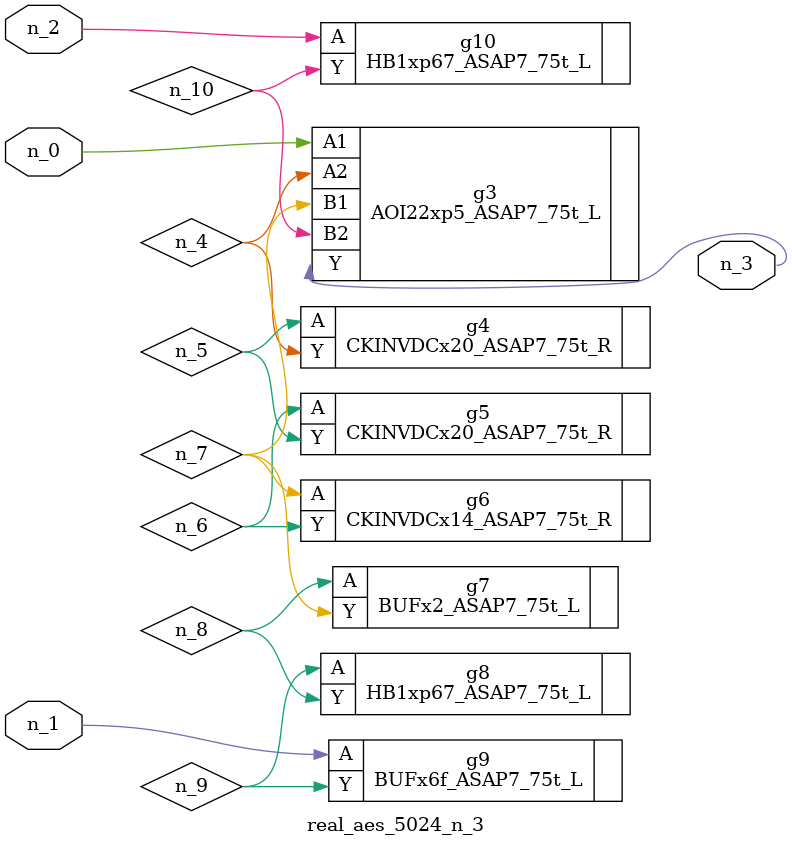
<source format=v>
module real_aes_5024_n_3 (n_0, n_2, n_1, n_3);
input n_0;
input n_2;
input n_1;
output n_3;
wire n_4;
wire n_5;
wire n_7;
wire n_8;
wire n_6;
wire n_9;
wire n_10;
AOI22xp5_ASAP7_75t_L g3 ( .A1(n_0), .A2(n_4), .B1(n_7), .B2(n_10), .Y(n_3) );
BUFx6f_ASAP7_75t_L g9 ( .A(n_1), .Y(n_9) );
HB1xp67_ASAP7_75t_L g10 ( .A(n_2), .Y(n_10) );
CKINVDCx20_ASAP7_75t_R g4 ( .A(n_5), .Y(n_4) );
CKINVDCx20_ASAP7_75t_R g5 ( .A(n_6), .Y(n_5) );
CKINVDCx14_ASAP7_75t_R g6 ( .A(n_7), .Y(n_6) );
BUFx2_ASAP7_75t_L g7 ( .A(n_8), .Y(n_7) );
HB1xp67_ASAP7_75t_L g8 ( .A(n_9), .Y(n_8) );
endmodule
</source>
